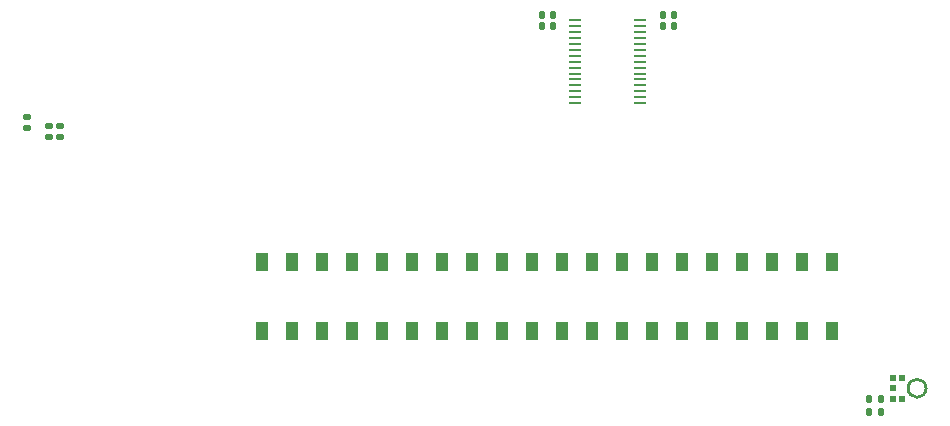
<source format=gbp>
G04*
G04 #@! TF.GenerationSoftware,Altium Limited,Altium Designer,20.1.11 (218)*
G04*
G04 Layer_Color=128*
%FSLAX25Y25*%
%MOIN*%
G70*
G04*
G04 #@! TF.SameCoordinates,8DDD7718-E0D7-425E-BE50-D601791E5550*
G04*
G04*
G04 #@! TF.FilePolarity,Positive*
G04*
G01*
G75*
%ADD12C,0.01000*%
G04:AMPARAMS|DCode=24|XSize=25.98mil|YSize=22.84mil|CornerRadius=5.71mil|HoleSize=0mil|Usage=FLASHONLY|Rotation=180.000|XOffset=0mil|YOffset=0mil|HoleType=Round|Shape=RoundedRectangle|*
%AMROUNDEDRECTD24*
21,1,0.02598,0.01142,0,0,180.0*
21,1,0.01457,0.02284,0,0,180.0*
1,1,0.01142,-0.00728,0.00571*
1,1,0.01142,0.00728,0.00571*
1,1,0.01142,0.00728,-0.00571*
1,1,0.01142,-0.00728,-0.00571*
%
%ADD24ROUNDEDRECTD24*%
G04:AMPARAMS|DCode=32|XSize=25.98mil|YSize=22.84mil|CornerRadius=5.71mil|HoleSize=0mil|Usage=FLASHONLY|Rotation=270.000|XOffset=0mil|YOffset=0mil|HoleType=Round|Shape=RoundedRectangle|*
%AMROUNDEDRECTD32*
21,1,0.02598,0.01142,0,0,270.0*
21,1,0.01457,0.02284,0,0,270.0*
1,1,0.01142,-0.00571,-0.00728*
1,1,0.01142,-0.00571,0.00728*
1,1,0.01142,0.00571,0.00728*
1,1,0.01142,0.00571,-0.00728*
%
%ADD32ROUNDEDRECTD32*%
%ADD79C,0.00787*%
%ADD106R,0.03937X0.06142*%
G04:AMPARAMS|DCode=107|XSize=9.84mil|YSize=43.31mil|CornerRadius=2.46mil|HoleSize=0mil|Usage=FLASHONLY|Rotation=270.000|XOffset=0mil|YOffset=0mil|HoleType=Round|Shape=RoundedRectangle|*
%AMROUNDEDRECTD107*
21,1,0.00984,0.03839,0,0,270.0*
21,1,0.00492,0.04331,0,0,270.0*
1,1,0.00492,-0.01919,-0.00246*
1,1,0.00492,-0.01919,0.00246*
1,1,0.00492,0.01919,0.00246*
1,1,0.00492,0.01919,-0.00246*
%
%ADD107ROUNDEDRECTD107*%
%ADD108R,0.02055X0.02362*%
D12*
X331224Y28740D02*
G03*
X331224Y28740I-3000J0D01*
G01*
D24*
X31500Y119229D02*
D03*
X42655Y116299D02*
D03*
X38900Y116329D02*
D03*
Y112471D02*
D03*
X42655Y112441D02*
D03*
X31500Y115371D02*
D03*
D32*
X312244Y20965D02*
D03*
Y25235D02*
D03*
X247344Y153128D02*
D03*
X247344Y149388D02*
D03*
X203062Y149384D02*
D03*
X203161Y153322D02*
D03*
X207019D02*
D03*
X206921Y149384D02*
D03*
X243486Y149388D02*
D03*
X243486Y153128D02*
D03*
X316102Y25235D02*
D03*
Y20965D02*
D03*
D79*
X328224Y25740D02*
D03*
X328224Y31740D02*
D03*
D106*
X299724Y70799D02*
D03*
X289724D02*
D03*
X279724D02*
D03*
X269724D02*
D03*
X259724D02*
D03*
X249724D02*
D03*
X239724D02*
D03*
X229724D02*
D03*
X219724D02*
D03*
X209724D02*
D03*
X199724D02*
D03*
X189724D02*
D03*
X179724D02*
D03*
X169724D02*
D03*
X159724D02*
D03*
X149724D02*
D03*
X139724D02*
D03*
X129724D02*
D03*
X119724D02*
D03*
X109724D02*
D03*
X299724Y47925D02*
D03*
X289724D02*
D03*
X279724D02*
D03*
X269724D02*
D03*
X259724D02*
D03*
X249724D02*
D03*
X239724D02*
D03*
X229724D02*
D03*
X219724D02*
D03*
X209724D02*
D03*
X199724D02*
D03*
X189724D02*
D03*
X179724D02*
D03*
X169724D02*
D03*
X159724D02*
D03*
X149724D02*
D03*
X139724D02*
D03*
X129724D02*
D03*
X119724D02*
D03*
X109724D02*
D03*
D107*
X214154Y137587D02*
D03*
Y141524D02*
D03*
Y135618D02*
D03*
Y139555D02*
D03*
X235846Y133650D02*
D03*
X214154Y127744D02*
D03*
X235846Y125776D02*
D03*
X214154D02*
D03*
X235846Y123807D02*
D03*
X214154D02*
D03*
X235846Y127744D02*
D03*
X214154Y133650D02*
D03*
X235846Y135618D02*
D03*
Y137587D02*
D03*
Y139555D02*
D03*
Y141524D02*
D03*
X214154Y143492D02*
D03*
X235846D02*
D03*
X214154Y145461D02*
D03*
X235846D02*
D03*
X214154Y147429D02*
D03*
X235846D02*
D03*
X214154Y149398D02*
D03*
X235846D02*
D03*
Y151366D02*
D03*
X214154D02*
D03*
X235846Y131681D02*
D03*
Y129713D02*
D03*
X214154Y131681D02*
D03*
Y129713D02*
D03*
D108*
X323295Y32283D02*
D03*
X320058D02*
D03*
Y25197D02*
D03*
X323295D02*
D03*
X320058Y28740D02*
D03*
M02*

</source>
